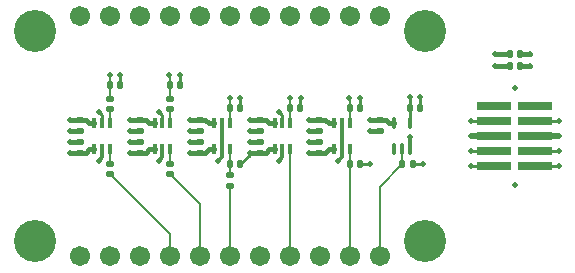
<source format=gtl>
G04*
G04 #@! TF.GenerationSoftware,Altium Limited,Altium Designer,25.9.0 (10)*
G04*
G04 Layer_Physical_Order=1*
G04 Layer_Color=255*
%FSLAX44Y44*%
%MOMM*%
G71*
G04*
G04 #@! TF.SameCoordinates,A8D4251A-1738-4EAF-8D38-4F3D33BA549E*
G04*
G04*
G04 #@! TF.FilePolarity,Positive*
G04*
G01*
G75*
%ADD10C,0.2000*%
G04:AMPARAMS|DCode=13|XSize=0.55mm|YSize=0.6mm|CornerRadius=0.1375mm|HoleSize=0mm|Usage=FLASHONLY|Rotation=180.000|XOffset=0mm|YOffset=0mm|HoleType=Round|Shape=RoundedRectangle|*
%AMROUNDEDRECTD13*
21,1,0.5500,0.3250,0,0,180.0*
21,1,0.2750,0.6000,0,0,180.0*
1,1,0.2750,-0.1375,0.1625*
1,1,0.2750,0.1375,0.1625*
1,1,0.2750,0.1375,-0.1625*
1,1,0.2750,-0.1375,-0.1625*
%
%ADD13ROUNDEDRECTD13*%
G04:AMPARAMS|DCode=14|XSize=0.6mm|YSize=0.55mm|CornerRadius=0.1375mm|HoleSize=0mm|Usage=FLASHONLY|Rotation=180.000|XOffset=0mm|YOffset=0mm|HoleType=Round|Shape=RoundedRectangle|*
%AMROUNDEDRECTD14*
21,1,0.6000,0.2750,0,0,180.0*
21,1,0.3250,0.5500,0,0,180.0*
1,1,0.2750,-0.1625,0.1375*
1,1,0.2750,0.1625,0.1375*
1,1,0.2750,0.1625,-0.1375*
1,1,0.2750,-0.1625,-0.1375*
%
%ADD14ROUNDEDRECTD14*%
G04:AMPARAMS|DCode=15|XSize=0.9mm|YSize=0.4mm|CornerRadius=0.1mm|HoleSize=0mm|Usage=FLASHONLY|Rotation=90.000|XOffset=0mm|YOffset=0mm|HoleType=Round|Shape=RoundedRectangle|*
%AMROUNDEDRECTD15*
21,1,0.9000,0.2000,0,0,90.0*
21,1,0.7000,0.4000,0,0,90.0*
1,1,0.2000,0.1000,0.3500*
1,1,0.2000,0.1000,-0.3500*
1,1,0.2000,-0.1000,-0.3500*
1,1,0.2000,-0.1000,0.3500*
%
%ADD15ROUNDEDRECTD15*%
G04:AMPARAMS|DCode=16|XSize=0.55mm|YSize=0.6mm|CornerRadius=0.1375mm|HoleSize=0mm|Usage=FLASHONLY|Rotation=90.000|XOffset=0mm|YOffset=0mm|HoleType=Round|Shape=RoundedRectangle|*
%AMROUNDEDRECTD16*
21,1,0.5500,0.3250,0,0,90.0*
21,1,0.2750,0.6000,0,0,90.0*
1,1,0.2750,0.1625,0.1375*
1,1,0.2750,0.1625,-0.1375*
1,1,0.2750,-0.1625,-0.1375*
1,1,0.2750,-0.1625,0.1375*
%
%ADD16ROUNDEDRECTD16*%
G04:AMPARAMS|DCode=17|XSize=0.95mm|YSize=0.4mm|CornerRadius=0.1mm|HoleSize=0mm|Usage=FLASHONLY|Rotation=90.000|XOffset=0mm|YOffset=0mm|HoleType=Round|Shape=RoundedRectangle|*
%AMROUNDEDRECTD17*
21,1,0.9500,0.2000,0,0,90.0*
21,1,0.7500,0.4000,0,0,90.0*
1,1,0.2000,0.1000,0.3750*
1,1,0.2000,0.1000,-0.3750*
1,1,0.2000,-0.1000,-0.3750*
1,1,0.2000,-0.1000,0.3750*
%
%ADD17ROUNDEDRECTD17*%
G04:AMPARAMS|DCode=18|XSize=0.74mm|YSize=2.92mm|CornerRadius=0.185mm|HoleSize=0mm|Usage=FLASHONLY|Rotation=90.000|XOffset=0mm|YOffset=0mm|HoleType=Round|Shape=RoundedRectangle|*
%AMROUNDEDRECTD18*
21,1,0.7400,2.5500,0,0,90.0*
21,1,0.3700,2.9200,0,0,90.0*
1,1,0.3700,1.2750,0.1850*
1,1,0.3700,1.2750,-0.1850*
1,1,0.3700,-1.2750,-0.1850*
1,1,0.3700,-1.2750,0.1850*
%
%ADD18ROUNDEDRECTD18*%
%ADD29C,0.2500*%
%ADD30C,0.4000*%
%ADD31C,0.2540*%
%ADD32C,0.5000*%
%ADD33C,0.3000*%
%ADD34C,1.7018*%
%ADD35C,3.5560*%
%ADD36C,0.5000*%
D10*
X190750Y146300D02*
Y146550D01*
Y138300D02*
Y146300D01*
X336500Y103300D02*
X336700Y103100D01*
Y91000D02*
Y103100D01*
X317500Y71800D02*
X336700Y91000D01*
X317500Y12700D02*
Y71800D01*
X292000Y91300D02*
X292100Y91200D01*
Y12700D02*
Y91200D01*
X190500Y12700D02*
Y72500D01*
Y81500D02*
Y91000D01*
X190500Y91000D02*
X190500Y91000D01*
X190500Y91000D02*
Y103300D01*
X241300Y12700D02*
X241500Y12900D01*
Y103300D01*
X89000Y82300D02*
X139700Y31600D01*
Y12700D02*
Y31600D01*
X140000Y82300D02*
X165100Y57200D01*
Y12700D02*
Y57200D01*
X89000Y91300D02*
Y103300D01*
X140000Y91300D02*
Y103300D01*
X292000Y91300D02*
Y103300D01*
Y125300D02*
Y137800D01*
Y138500D02*
Y146750D01*
X291750Y138250D02*
X292000Y138500D01*
X241500Y146800D02*
X241750Y146550D01*
Y138300D02*
Y146550D01*
Y138300D02*
X242000Y138050D01*
X241500Y125300D02*
Y137800D01*
X190500Y146050D02*
X190750Y146300D01*
X190500Y125300D02*
Y137800D01*
X139500Y166300D02*
X139750Y166050D01*
Y157800D02*
Y166050D01*
Y157800D02*
X140000Y157550D01*
Y146300D02*
Y157550D01*
Y125300D02*
Y137300D01*
X89000Y166300D02*
X89250Y166050D01*
Y157800D02*
Y166050D01*
X89000Y157550D02*
X89250Y157800D01*
X89000Y146300D02*
Y157550D01*
X89000Y137300D02*
X89000Y137300D01*
X89000Y125300D02*
Y137300D01*
D13*
X89250Y157800D02*
D03*
X97750D02*
D03*
X190500Y91000D02*
D03*
X199500D02*
D03*
X190750Y138300D02*
D03*
X199250D02*
D03*
X301000Y91000D02*
D03*
X292000D02*
D03*
X427750Y174000D02*
D03*
X436250D02*
D03*
X436500Y184000D02*
D03*
X427500D02*
D03*
X351750Y138800D02*
D03*
X300500Y138500D02*
D03*
X250250Y138300D02*
D03*
X148250Y157800D02*
D03*
X292000Y138500D02*
D03*
X343250Y138800D02*
D03*
X241750Y138300D02*
D03*
X336700Y91000D02*
D03*
X345700D02*
D03*
X139750Y157800D02*
D03*
D14*
X216000Y100300D02*
D03*
Y109300D02*
D03*
X318000Y119300D02*
D03*
X266500Y119300D02*
D03*
Y109300D02*
D03*
X216000Y119300D02*
D03*
X165000Y119300D02*
D03*
X114500Y119300D02*
D03*
X63500Y119300D02*
D03*
X165000Y109300D02*
D03*
X114500Y109300D02*
D03*
X63500Y109300D02*
D03*
X266500Y128300D02*
D03*
Y100300D02*
D03*
X318000Y128300D02*
D03*
X165000Y100300D02*
D03*
Y128300D02*
D03*
X216000Y128300D02*
D03*
X63500Y100300D02*
D03*
Y128300D02*
D03*
X114500Y100300D02*
D03*
Y128300D02*
D03*
D15*
X228500Y103300D02*
D03*
X241500D02*
D03*
Y125300D02*
D03*
X235000D02*
D03*
X228500D02*
D03*
X235000Y103300D02*
D03*
X285500Y125300D02*
D03*
Y103300D02*
D03*
X184000Y125300D02*
D03*
Y103300D02*
D03*
X133500Y103300D02*
D03*
X82500Y103300D02*
D03*
X279000Y125300D02*
D03*
X292000D02*
D03*
Y103300D02*
D03*
X279000D02*
D03*
X177500Y125300D02*
D03*
X190500D02*
D03*
Y103300D02*
D03*
X177500D02*
D03*
X76000Y125300D02*
D03*
X82500D02*
D03*
X89000D02*
D03*
Y103300D02*
D03*
X76000D02*
D03*
X127000Y125300D02*
D03*
X133500D02*
D03*
X140000D02*
D03*
Y103300D02*
D03*
X127000D02*
D03*
D16*
X190500Y72500D02*
D03*
Y81500D02*
D03*
X89000Y137300D02*
D03*
Y146300D02*
D03*
X89000Y82300D02*
D03*
Y91300D02*
D03*
X140000Y146300D02*
D03*
Y137300D02*
D03*
Y82300D02*
D03*
Y91300D02*
D03*
D17*
X330000Y103300D02*
D03*
X336500D02*
D03*
X343000Y125300D02*
D03*
X330000D02*
D03*
X343000Y103300D02*
D03*
D18*
X448950Y114300D02*
D03*
X414650Y127000D02*
D03*
X448950Y101600D02*
D03*
X414650D02*
D03*
Y88900D02*
D03*
X448950D02*
D03*
Y127000D02*
D03*
X414650Y139700D02*
D03*
X448950D02*
D03*
X414650Y114300D02*
D03*
D29*
X207500Y99000D02*
Y100300D01*
X199500Y91000D02*
X207500Y99000D01*
X343000Y147300D02*
X343250Y147050D01*
Y138800D02*
Y147050D01*
X343000Y125300D02*
Y138550D01*
X301000Y91000D02*
X309500D01*
X345700D02*
X354200D01*
X232000Y135300D02*
X235000Y132300D01*
Y125300D02*
Y132300D01*
X394500Y88900D02*
X414650D01*
X394500Y127000D02*
X414650D01*
X394500Y101600D02*
X414650D01*
X133500Y125300D02*
Y132300D01*
X130500Y135300D02*
X133500Y132300D01*
X82500Y125300D02*
Y132300D01*
X79500Y135300D02*
X82500Y132300D01*
D30*
X415000Y174000D02*
X415000Y174000D01*
X427750D01*
X415000Y184000D02*
X427500D01*
X436500D02*
X444500D01*
X436250Y174000D02*
X444500D01*
X156500Y128300D02*
X165000D01*
X170000D01*
X173000Y125300D02*
X177500D01*
X170000Y128300D02*
X173000Y125300D01*
X156500Y100300D02*
X165000D01*
X170000D01*
X173000Y103300D01*
X177500D01*
X224000Y103300D02*
X228500D01*
X221000Y100300D02*
X224000Y103300D01*
X216000Y100300D02*
X221000D01*
X221000Y128300D02*
X224000Y125300D01*
X228500D01*
X216000Y128300D02*
X221000D01*
X309000Y128300D02*
X322500D01*
X325500Y125300D02*
X330000D01*
X322500Y128300D02*
X325500Y125300D01*
X309000Y119300D02*
X317500D01*
X317500Y119300D01*
X266500D02*
X266500Y119300D01*
X258000Y119300D02*
X266500D01*
Y109300D02*
X266500Y109300D01*
X207500Y119300D02*
X216000D01*
X258000Y109300D02*
X266500D01*
X207500Y109300D02*
X216000D01*
X165000Y119300D02*
X165000Y119300D01*
X156500Y119300D02*
X165000D01*
X106000D02*
X114500D01*
X55000Y119300D02*
X63500D01*
X165000Y109300D02*
X165000Y109300D01*
X156500Y109300D02*
X165000D01*
X55000Y109300D02*
X63500D01*
X106000Y109300D02*
X114500D01*
X271500Y128300D02*
X274500Y125300D01*
X271500Y100300D02*
X274500Y103300D01*
X279000D01*
X274500Y125300D02*
X279000D01*
X258000Y128300D02*
X271500D01*
X258000Y100300D02*
X271500D01*
X207500Y128300D02*
X216000D01*
X207500Y100300D02*
X216000D01*
X114500D02*
X119500D01*
X122500Y103300D01*
X122500Y125300D02*
X127000D01*
X114500Y128300D02*
X119500D01*
X122500Y125300D01*
X122500Y103300D02*
X127000D01*
X106000Y128300D02*
X114500D01*
X106000Y100300D02*
X114500D01*
X63500Y128300D02*
X68500D01*
X63500Y100300D02*
X68500D01*
X55000D02*
X63500D01*
X55000Y128300D02*
X63500D01*
X68500Y100300D02*
X71500Y103300D01*
X76000D01*
X71500Y125300D02*
X76000D01*
X68500Y128300D02*
X71500Y125300D01*
D31*
X444500Y184000D02*
X444500Y184000D01*
X351750Y147050D02*
X352000Y147300D01*
X351750Y138800D02*
Y147050D01*
X97750Y157800D02*
Y166050D01*
X98000Y166300D01*
X148250Y157800D02*
Y166050D01*
X148500Y166300D01*
X250250Y138300D02*
Y146550D01*
X250500Y146800D01*
X300500Y138500D02*
Y146750D01*
X199250Y146550D02*
X199500Y146800D01*
X199250Y138300D02*
Y146550D01*
X448950Y88900D02*
X468800D01*
X448950Y101600D02*
X468800D01*
X448950Y127000D02*
X468800D01*
X469000Y127200D01*
X468800Y88900D02*
X469000Y89100D01*
X468800Y101600D02*
X469000Y101800D01*
D32*
X394500Y114500D02*
X414450D01*
X414650Y114300D01*
X449150Y114500D02*
X469000D01*
D33*
X184000Y103300D02*
Y125300D01*
X285500Y103300D02*
Y125300D01*
X282500Y93800D02*
X285500Y96800D01*
Y103300D01*
X232000Y93800D02*
X235000Y96800D01*
Y103300D01*
X181000Y93800D02*
X184000Y96800D01*
Y103300D01*
X130500Y93800D02*
X133500Y96800D01*
Y103300D01*
X82500Y96800D02*
Y103300D01*
X79500Y93800D02*
X82500Y96800D01*
X343000Y113800D02*
X343000Y113800D01*
Y103300D02*
Y113800D01*
D34*
X63500Y12700D02*
D03*
X88900D02*
D03*
X139700D02*
D03*
X165100D02*
D03*
X215900D02*
D03*
X266700D02*
D03*
X317500D02*
D03*
X292100D02*
D03*
X241300D02*
D03*
X190500D02*
D03*
X114300D02*
D03*
X88900Y215900D02*
D03*
X114300D02*
D03*
X139700D02*
D03*
X165100D02*
D03*
X190500D02*
D03*
X215900D02*
D03*
X241300D02*
D03*
X266700D02*
D03*
X292100D02*
D03*
X317500D02*
D03*
X63500D02*
D03*
D35*
X355600Y203200D02*
D03*
Y25400D02*
D03*
X25400Y203200D02*
D03*
Y25400D02*
D03*
D36*
X431800Y155600D02*
D03*
Y73000D02*
D03*
X309500Y91000D02*
D03*
X415000Y174000D02*
D03*
Y184000D02*
D03*
X394500Y114500D02*
D03*
X444500Y184000D02*
D03*
Y174000D02*
D03*
X156500Y100300D02*
D03*
X354200Y91000D02*
D03*
X282500Y93800D02*
D03*
X232000D02*
D03*
X181000Y93800D02*
D03*
X130500Y93800D02*
D03*
X79500Y93800D02*
D03*
X309000Y128300D02*
D03*
Y119300D02*
D03*
X98000Y166300D02*
D03*
X148500D02*
D03*
X250500Y146800D02*
D03*
X300750Y147000D02*
D03*
X469000Y114500D02*
D03*
X352000Y147300D02*
D03*
X207500Y128300D02*
D03*
X343000Y113800D02*
D03*
X258000Y119300D02*
D03*
X207500Y119300D02*
D03*
X258000Y109300D02*
D03*
X207500Y109300D02*
D03*
Y100300D02*
D03*
X199500Y146800D02*
D03*
X156500Y128300D02*
D03*
Y119300D02*
D03*
X106000D02*
D03*
X55000Y119300D02*
D03*
X156500Y109300D02*
D03*
X106000Y109300D02*
D03*
X55000Y109300D02*
D03*
X232000Y135300D02*
D03*
X241500Y146800D02*
D03*
X291750Y147000D02*
D03*
X469000Y127200D02*
D03*
Y89100D02*
D03*
Y101800D02*
D03*
X394500Y127000D02*
D03*
Y101600D02*
D03*
Y88900D02*
D03*
X258000Y128300D02*
D03*
X190500Y146800D02*
D03*
X258000Y100300D02*
D03*
X343000Y147300D02*
D03*
X130500Y135300D02*
D03*
X55000Y128300D02*
D03*
X106000Y128300D02*
D03*
X139500Y166300D02*
D03*
X89000Y166300D02*
D03*
X106000Y100300D02*
D03*
X79500Y135300D02*
D03*
X55000Y100300D02*
D03*
M02*

</source>
